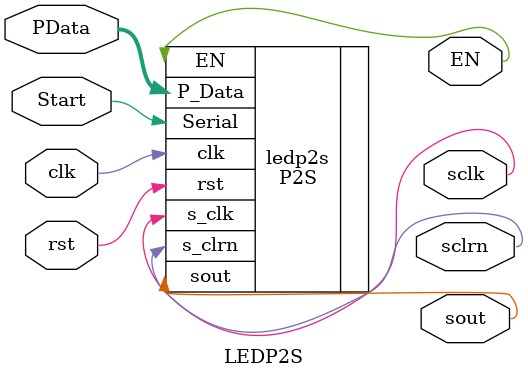
<source format=v>
module LEDP2S(
	input wire clk,						
	input wire rst,
	input wire Start,
	input wire [DATA_BITS-1:0] PData,
	output wire sclk,
	output wire sclrn,
	output wire sout,
	output wire EN
);
						
	parameter
		DATA_BITS = 16,  			// data length
		DIR = 0;					// Shift direction =0 left

	P2S #(.DATA_BITS(DATA_BITS), .DIR(DIR))
		ledp2s(
			.clk(clk),
			.rst(rst),
			.Serial(Start),
			.P_Data(PData),
			.s_clk(sclk),
			.s_clrn(sclrn),
			.sout(sout),
			.EN(EN)
		);
		
endmodule

</source>
